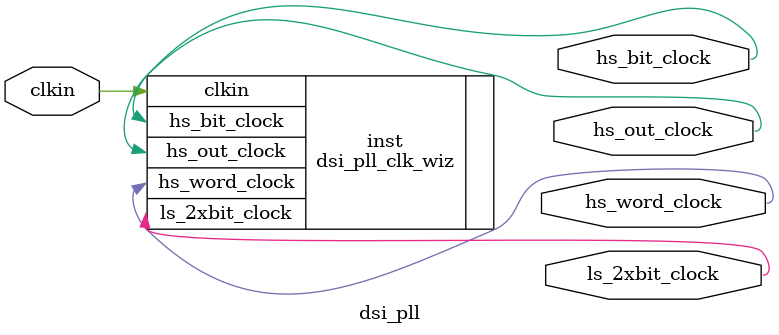
<source format=v>


`timescale 1ps/1ps

(* CORE_GENERATION_INFO = "dsi_pll,clk_wiz_v5_3_2_0,{component_name=dsi_pll,use_phase_alignment=true,use_min_o_jitter=false,use_max_i_jitter=false,use_dyn_phase_shift=false,use_inclk_switchover=false,use_dyn_reconfig=false,enable_axi=0,feedback_source=FDBK_AUTO,PRIMITIVE=PLL,num_out_clk=4,clkin1_period=5.0,clkin2_period=10.0,use_power_down=false,use_reset=false,use_locked=false,use_inclk_stopped=false,feedback_type=SINGLE,CLOCK_MGR_TYPE=NA,manual_override=false}" *)

module dsi_pll 
 (
  // Clock out ports
  output        hs_word_clock,
  output        hs_bit_clock,
  output        hs_out_clock,
  output        ls_2xbit_clock,
 // Clock in ports
  input         clkin
 );

  dsi_pll_clk_wiz inst
  (
  // Clock out ports  
  .hs_word_clock(hs_word_clock),
  .hs_bit_clock(hs_bit_clock),
  .hs_out_clock(hs_out_clock),
  .ls_2xbit_clock(ls_2xbit_clock),
 // Clock in ports
  .clkin(clkin)
  );

endmodule

</source>
